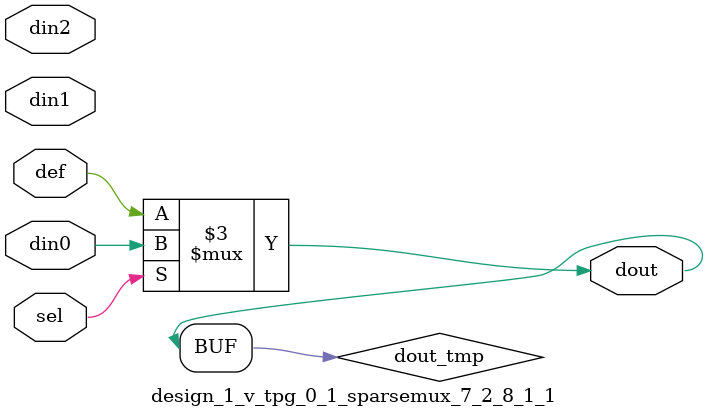
<source format=v>
`timescale 1ns / 1ps

module design_1_v_tpg_0_1_sparsemux_7_2_8_1_1 (din0,din1,din2,def,sel,dout);

parameter din0_WIDTH = 1;

parameter din1_WIDTH = 1;

parameter din2_WIDTH = 1;

parameter def_WIDTH = 1;
parameter sel_WIDTH = 1;
parameter dout_WIDTH = 1;

parameter [sel_WIDTH-1:0] CASE0 = 1;

parameter [sel_WIDTH-1:0] CASE1 = 1;

parameter [sel_WIDTH-1:0] CASE2 = 1;

parameter ID = 1;
parameter NUM_STAGE = 1;



input [din0_WIDTH-1:0] din0;

input [din1_WIDTH-1:0] din1;

input [din2_WIDTH-1:0] din2;

input [def_WIDTH-1:0] def;
input [sel_WIDTH-1:0] sel;

output [dout_WIDTH-1:0] dout;



reg [dout_WIDTH-1:0] dout_tmp;


always @ (*) begin
(* parallel_case *) case (sel)
    
    CASE0 : dout_tmp = din0;
    
    CASE1 : dout_tmp = din1;
    
    CASE2 : dout_tmp = din2;
    
    default : dout_tmp = def;
endcase
end


assign dout = dout_tmp;



endmodule

</source>
